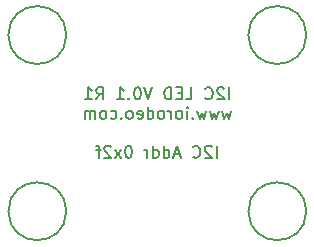
<source format=gbr>
%TF.GenerationSoftware,KiCad,Pcbnew,5.1.7-a382d34a8~87~ubuntu18.04.1*%
%TF.CreationDate,2021-11-08T07:30:38-08:00*%
%TF.ProjectId,i2c_led,6932635f-6c65-4642-9e6b-696361645f70,rev?*%
%TF.SameCoordinates,Original*%
%TF.FileFunction,Legend,Bot*%
%TF.FilePolarity,Positive*%
%FSLAX46Y46*%
G04 Gerber Fmt 4.6, Leading zero omitted, Abs format (unit mm)*
G04 Created by KiCad (PCBNEW 5.1.7-a382d34a8~87~ubuntu18.04.1) date 2021-11-08 07:30:38*
%MOMM*%
%LPD*%
G01*
G04 APERTURE LIST*
%ADD10C,0.150000*%
G04 APERTURE END LIST*
D10*
X68771428Y-57977380D02*
X68771428Y-56977380D01*
X68342857Y-57072619D02*
X68295238Y-57025000D01*
X68200000Y-56977380D01*
X67961904Y-56977380D01*
X67866666Y-57025000D01*
X67819047Y-57072619D01*
X67771428Y-57167857D01*
X67771428Y-57263095D01*
X67819047Y-57405952D01*
X68390476Y-57977380D01*
X67771428Y-57977380D01*
X66771428Y-57882142D02*
X66819047Y-57929761D01*
X66961904Y-57977380D01*
X67057142Y-57977380D01*
X67200000Y-57929761D01*
X67295238Y-57834523D01*
X67342857Y-57739285D01*
X67390476Y-57548809D01*
X67390476Y-57405952D01*
X67342857Y-57215476D01*
X67295238Y-57120238D01*
X67200000Y-57025000D01*
X67057142Y-56977380D01*
X66961904Y-56977380D01*
X66819047Y-57025000D01*
X66771428Y-57072619D01*
X65104761Y-57977380D02*
X65580952Y-57977380D01*
X65580952Y-56977380D01*
X64771428Y-57453571D02*
X64438095Y-57453571D01*
X64295238Y-57977380D02*
X64771428Y-57977380D01*
X64771428Y-56977380D01*
X64295238Y-56977380D01*
X63866666Y-57977380D02*
X63866666Y-56977380D01*
X63628571Y-56977380D01*
X63485714Y-57025000D01*
X63390476Y-57120238D01*
X63342857Y-57215476D01*
X63295238Y-57405952D01*
X63295238Y-57548809D01*
X63342857Y-57739285D01*
X63390476Y-57834523D01*
X63485714Y-57929761D01*
X63628571Y-57977380D01*
X63866666Y-57977380D01*
X62247619Y-56977380D02*
X61914285Y-57977380D01*
X61580952Y-56977380D01*
X61057142Y-56977380D02*
X60961904Y-56977380D01*
X60866666Y-57025000D01*
X60819047Y-57072619D01*
X60771428Y-57167857D01*
X60723809Y-57358333D01*
X60723809Y-57596428D01*
X60771428Y-57786904D01*
X60819047Y-57882142D01*
X60866666Y-57929761D01*
X60961904Y-57977380D01*
X61057142Y-57977380D01*
X61152380Y-57929761D01*
X61200000Y-57882142D01*
X61247619Y-57786904D01*
X61295238Y-57596428D01*
X61295238Y-57358333D01*
X61247619Y-57167857D01*
X61200000Y-57072619D01*
X61152380Y-57025000D01*
X61057142Y-56977380D01*
X60295238Y-57882142D02*
X60247619Y-57929761D01*
X60295238Y-57977380D01*
X60342857Y-57929761D01*
X60295238Y-57882142D01*
X60295238Y-57977380D01*
X59295238Y-57977380D02*
X59866666Y-57977380D01*
X59580952Y-57977380D02*
X59580952Y-56977380D01*
X59676190Y-57120238D01*
X59771428Y-57215476D01*
X59866666Y-57263095D01*
X57533333Y-57977380D02*
X57866666Y-57501190D01*
X58104761Y-57977380D02*
X58104761Y-56977380D01*
X57723809Y-56977380D01*
X57628571Y-57025000D01*
X57580952Y-57072619D01*
X57533333Y-57167857D01*
X57533333Y-57310714D01*
X57580952Y-57405952D01*
X57628571Y-57453571D01*
X57723809Y-57501190D01*
X58104761Y-57501190D01*
X56580952Y-57977380D02*
X57152380Y-57977380D01*
X56866666Y-57977380D02*
X56866666Y-56977380D01*
X56961904Y-57120238D01*
X57057142Y-57215476D01*
X57152380Y-57263095D01*
X68938095Y-58960714D02*
X68747619Y-59627380D01*
X68557142Y-59151190D01*
X68366666Y-59627380D01*
X68176190Y-58960714D01*
X67890476Y-58960714D02*
X67700000Y-59627380D01*
X67509523Y-59151190D01*
X67319047Y-59627380D01*
X67128571Y-58960714D01*
X66842857Y-58960714D02*
X66652380Y-59627380D01*
X66461904Y-59151190D01*
X66271428Y-59627380D01*
X66080952Y-58960714D01*
X65700000Y-59532142D02*
X65652380Y-59579761D01*
X65700000Y-59627380D01*
X65747619Y-59579761D01*
X65700000Y-59532142D01*
X65700000Y-59627380D01*
X65223809Y-59627380D02*
X65223809Y-58960714D01*
X65223809Y-58627380D02*
X65271428Y-58675000D01*
X65223809Y-58722619D01*
X65176190Y-58675000D01*
X65223809Y-58627380D01*
X65223809Y-58722619D01*
X64604761Y-59627380D02*
X64700000Y-59579761D01*
X64747619Y-59532142D01*
X64795238Y-59436904D01*
X64795238Y-59151190D01*
X64747619Y-59055952D01*
X64700000Y-59008333D01*
X64604761Y-58960714D01*
X64461904Y-58960714D01*
X64366666Y-59008333D01*
X64319047Y-59055952D01*
X64271428Y-59151190D01*
X64271428Y-59436904D01*
X64319047Y-59532142D01*
X64366666Y-59579761D01*
X64461904Y-59627380D01*
X64604761Y-59627380D01*
X63842857Y-59627380D02*
X63842857Y-58960714D01*
X63842857Y-59151190D02*
X63795238Y-59055952D01*
X63747619Y-59008333D01*
X63652380Y-58960714D01*
X63557142Y-58960714D01*
X63080952Y-59627380D02*
X63176190Y-59579761D01*
X63223809Y-59532142D01*
X63271428Y-59436904D01*
X63271428Y-59151190D01*
X63223809Y-59055952D01*
X63176190Y-59008333D01*
X63080952Y-58960714D01*
X62938095Y-58960714D01*
X62842857Y-59008333D01*
X62795238Y-59055952D01*
X62747619Y-59151190D01*
X62747619Y-59436904D01*
X62795238Y-59532142D01*
X62842857Y-59579761D01*
X62938095Y-59627380D01*
X63080952Y-59627380D01*
X61890476Y-59627380D02*
X61890476Y-58627380D01*
X61890476Y-59579761D02*
X61985714Y-59627380D01*
X62176190Y-59627380D01*
X62271428Y-59579761D01*
X62319047Y-59532142D01*
X62366666Y-59436904D01*
X62366666Y-59151190D01*
X62319047Y-59055952D01*
X62271428Y-59008333D01*
X62176190Y-58960714D01*
X61985714Y-58960714D01*
X61890476Y-59008333D01*
X61033333Y-59579761D02*
X61128571Y-59627380D01*
X61319047Y-59627380D01*
X61414285Y-59579761D01*
X61461904Y-59484523D01*
X61461904Y-59103571D01*
X61414285Y-59008333D01*
X61319047Y-58960714D01*
X61128571Y-58960714D01*
X61033333Y-59008333D01*
X60985714Y-59103571D01*
X60985714Y-59198809D01*
X61461904Y-59294047D01*
X60414285Y-59627380D02*
X60509523Y-59579761D01*
X60557142Y-59532142D01*
X60604761Y-59436904D01*
X60604761Y-59151190D01*
X60557142Y-59055952D01*
X60509523Y-59008333D01*
X60414285Y-58960714D01*
X60271428Y-58960714D01*
X60176190Y-59008333D01*
X60128571Y-59055952D01*
X60080952Y-59151190D01*
X60080952Y-59436904D01*
X60128571Y-59532142D01*
X60176190Y-59579761D01*
X60271428Y-59627380D01*
X60414285Y-59627380D01*
X59652380Y-59532142D02*
X59604761Y-59579761D01*
X59652380Y-59627380D01*
X59700000Y-59579761D01*
X59652380Y-59532142D01*
X59652380Y-59627380D01*
X58747619Y-59579761D02*
X58842857Y-59627380D01*
X59033333Y-59627380D01*
X59128571Y-59579761D01*
X59176190Y-59532142D01*
X59223809Y-59436904D01*
X59223809Y-59151190D01*
X59176190Y-59055952D01*
X59128571Y-59008333D01*
X59033333Y-58960714D01*
X58842857Y-58960714D01*
X58747619Y-59008333D01*
X58176190Y-59627380D02*
X58271428Y-59579761D01*
X58319047Y-59532142D01*
X58366666Y-59436904D01*
X58366666Y-59151190D01*
X58319047Y-59055952D01*
X58271428Y-59008333D01*
X58176190Y-58960714D01*
X58033333Y-58960714D01*
X57938095Y-59008333D01*
X57890476Y-59055952D01*
X57842857Y-59151190D01*
X57842857Y-59436904D01*
X57890476Y-59532142D01*
X57938095Y-59579761D01*
X58033333Y-59627380D01*
X58176190Y-59627380D01*
X57414285Y-59627380D02*
X57414285Y-58960714D01*
X57414285Y-59055952D02*
X57366666Y-59008333D01*
X57271428Y-58960714D01*
X57128571Y-58960714D01*
X57033333Y-59008333D01*
X56985714Y-59103571D01*
X56985714Y-59627380D01*
X56985714Y-59103571D02*
X56938095Y-59008333D01*
X56842857Y-58960714D01*
X56700000Y-58960714D01*
X56604761Y-59008333D01*
X56557142Y-59103571D01*
X56557142Y-59627380D01*
X67723809Y-62927380D02*
X67723809Y-61927380D01*
X67295238Y-62022619D02*
X67247619Y-61975000D01*
X67152380Y-61927380D01*
X66914285Y-61927380D01*
X66819047Y-61975000D01*
X66771428Y-62022619D01*
X66723809Y-62117857D01*
X66723809Y-62213095D01*
X66771428Y-62355952D01*
X67342857Y-62927380D01*
X66723809Y-62927380D01*
X65723809Y-62832142D02*
X65771428Y-62879761D01*
X65914285Y-62927380D01*
X66009523Y-62927380D01*
X66152380Y-62879761D01*
X66247619Y-62784523D01*
X66295238Y-62689285D01*
X66342857Y-62498809D01*
X66342857Y-62355952D01*
X66295238Y-62165476D01*
X66247619Y-62070238D01*
X66152380Y-61975000D01*
X66009523Y-61927380D01*
X65914285Y-61927380D01*
X65771428Y-61975000D01*
X65723809Y-62022619D01*
X64580952Y-62641666D02*
X64104761Y-62641666D01*
X64676190Y-62927380D02*
X64342857Y-61927380D01*
X64009523Y-62927380D01*
X63247619Y-62927380D02*
X63247619Y-61927380D01*
X63247619Y-62879761D02*
X63342857Y-62927380D01*
X63533333Y-62927380D01*
X63628571Y-62879761D01*
X63676190Y-62832142D01*
X63723809Y-62736904D01*
X63723809Y-62451190D01*
X63676190Y-62355952D01*
X63628571Y-62308333D01*
X63533333Y-62260714D01*
X63342857Y-62260714D01*
X63247619Y-62308333D01*
X62342857Y-62927380D02*
X62342857Y-61927380D01*
X62342857Y-62879761D02*
X62438095Y-62927380D01*
X62628571Y-62927380D01*
X62723809Y-62879761D01*
X62771428Y-62832142D01*
X62819047Y-62736904D01*
X62819047Y-62451190D01*
X62771428Y-62355952D01*
X62723809Y-62308333D01*
X62628571Y-62260714D01*
X62438095Y-62260714D01*
X62342857Y-62308333D01*
X61866666Y-62927380D02*
X61866666Y-62260714D01*
X61866666Y-62451190D02*
X61819047Y-62355952D01*
X61771428Y-62308333D01*
X61676190Y-62260714D01*
X61580952Y-62260714D01*
X60295238Y-61927380D02*
X60200000Y-61927380D01*
X60104761Y-61975000D01*
X60057142Y-62022619D01*
X60009523Y-62117857D01*
X59961904Y-62308333D01*
X59961904Y-62546428D01*
X60009523Y-62736904D01*
X60057142Y-62832142D01*
X60104761Y-62879761D01*
X60200000Y-62927380D01*
X60295238Y-62927380D01*
X60390476Y-62879761D01*
X60438095Y-62832142D01*
X60485714Y-62736904D01*
X60533333Y-62546428D01*
X60533333Y-62308333D01*
X60485714Y-62117857D01*
X60438095Y-62022619D01*
X60390476Y-61975000D01*
X60295238Y-61927380D01*
X59628571Y-62927380D02*
X59104761Y-62260714D01*
X59628571Y-62260714D02*
X59104761Y-62927380D01*
X58771428Y-62022619D02*
X58723809Y-61975000D01*
X58628571Y-61927380D01*
X58390476Y-61927380D01*
X58295238Y-61975000D01*
X58247619Y-62022619D01*
X58200000Y-62117857D01*
X58200000Y-62213095D01*
X58247619Y-62355952D01*
X58819047Y-62927380D01*
X58200000Y-62927380D01*
X57914285Y-62260714D02*
X57533333Y-62260714D01*
X57771428Y-62927380D02*
X57771428Y-62070238D01*
X57723809Y-61975000D01*
X57628571Y-61927380D01*
X57533333Y-61927380D01*
%TO.C,M4*%
X54990000Y-67460000D02*
G75*
G03*
X54990000Y-67460000I-2450000J0D01*
G01*
%TO.C,M3*%
X75310000Y-67460000D02*
G75*
G03*
X75310000Y-67460000I-2450000J0D01*
G01*
%TO.C,M2*%
X75310000Y-52540000D02*
G75*
G03*
X75310000Y-52540000I-2450000J0D01*
G01*
%TO.C,M1*%
X54990000Y-52540000D02*
G75*
G03*
X54990000Y-52540000I-2450000J0D01*
G01*
%TD*%
M02*

</source>
